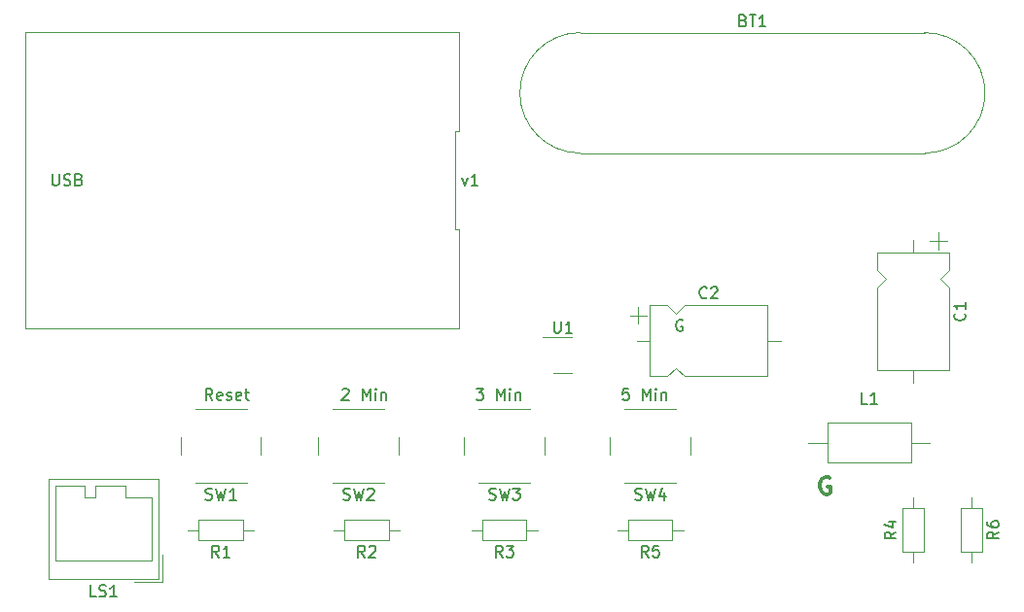
<source format=gbr>
%TF.GenerationSoftware,KiCad,Pcbnew,(6.0.7)*%
%TF.CreationDate,2023-01-15T16:16:41-05:00*%
%TF.ProjectId,timer,74696d65-722e-46b6-9963-61645f706362,rev?*%
%TF.SameCoordinates,Original*%
%TF.FileFunction,Legend,Top*%
%TF.FilePolarity,Positive*%
%FSLAX46Y46*%
G04 Gerber Fmt 4.6, Leading zero omitted, Abs format (unit mm)*
G04 Created by KiCad (PCBNEW (6.0.7)) date 2023-01-15 16:16:41*
%MOMM*%
%LPD*%
G01*
G04 APERTURE LIST*
%ADD10C,0.300000*%
%ADD11C,0.150000*%
%ADD12C,0.120000*%
G04 APERTURE END LIST*
D10*
X191832857Y-97980000D02*
X191690000Y-97908571D01*
X191475714Y-97908571D01*
X191261428Y-97980000D01*
X191118571Y-98122857D01*
X191047142Y-98265714D01*
X190975714Y-98551428D01*
X190975714Y-98765714D01*
X191047142Y-99051428D01*
X191118571Y-99194285D01*
X191261428Y-99337142D01*
X191475714Y-99408571D01*
X191618571Y-99408571D01*
X191832857Y-99337142D01*
X191904285Y-99265714D01*
X191904285Y-98765714D01*
X191618571Y-98765714D01*
D11*
X124138095Y-71512380D02*
X124138095Y-72321904D01*
X124185714Y-72417142D01*
X124233333Y-72464761D01*
X124328571Y-72512380D01*
X124519047Y-72512380D01*
X124614285Y-72464761D01*
X124661904Y-72417142D01*
X124709523Y-72321904D01*
X124709523Y-71512380D01*
X125138095Y-72464761D02*
X125280952Y-72512380D01*
X125519047Y-72512380D01*
X125614285Y-72464761D01*
X125661904Y-72417142D01*
X125709523Y-72321904D01*
X125709523Y-72226666D01*
X125661904Y-72131428D01*
X125614285Y-72083809D01*
X125519047Y-72036190D01*
X125328571Y-71988571D01*
X125233333Y-71940952D01*
X125185714Y-71893333D01*
X125138095Y-71798095D01*
X125138095Y-71702857D01*
X125185714Y-71607619D01*
X125233333Y-71560000D01*
X125328571Y-71512380D01*
X125566666Y-71512380D01*
X125709523Y-71560000D01*
X126471428Y-71988571D02*
X126614285Y-72036190D01*
X126661904Y-72083809D01*
X126709523Y-72179047D01*
X126709523Y-72321904D01*
X126661904Y-72417142D01*
X126614285Y-72464761D01*
X126519047Y-72512380D01*
X126138095Y-72512380D01*
X126138095Y-71512380D01*
X126471428Y-71512380D01*
X126566666Y-71560000D01*
X126614285Y-71607619D01*
X126661904Y-71702857D01*
X126661904Y-71798095D01*
X126614285Y-71893333D01*
X126566666Y-71940952D01*
X126471428Y-71988571D01*
X126138095Y-71988571D01*
X179001904Y-84260000D02*
X178906666Y-84212380D01*
X178763809Y-84212380D01*
X178620952Y-84260000D01*
X178525714Y-84355238D01*
X178478095Y-84450476D01*
X178430476Y-84640952D01*
X178430476Y-84783809D01*
X178478095Y-84974285D01*
X178525714Y-85069523D01*
X178620952Y-85164761D01*
X178763809Y-85212380D01*
X178859047Y-85212380D01*
X179001904Y-85164761D01*
X179049523Y-85117142D01*
X179049523Y-84783809D01*
X178859047Y-84783809D01*
%TO.C,LS1*%
X127937142Y-108342380D02*
X127460952Y-108342380D01*
X127460952Y-107342380D01*
X128222857Y-108294761D02*
X128365714Y-108342380D01*
X128603809Y-108342380D01*
X128699047Y-108294761D01*
X128746666Y-108247142D01*
X128794285Y-108151904D01*
X128794285Y-108056666D01*
X128746666Y-107961428D01*
X128699047Y-107913809D01*
X128603809Y-107866190D01*
X128413333Y-107818571D01*
X128318095Y-107770952D01*
X128270476Y-107723333D01*
X128222857Y-107628095D01*
X128222857Y-107532857D01*
X128270476Y-107437619D01*
X128318095Y-107390000D01*
X128413333Y-107342380D01*
X128651428Y-107342380D01*
X128794285Y-107390000D01*
X129746666Y-108342380D02*
X129175238Y-108342380D01*
X129460952Y-108342380D02*
X129460952Y-107342380D01*
X129365714Y-107485238D01*
X129270476Y-107580476D01*
X129175238Y-107628095D01*
%TO.C,v1*%
X159805714Y-71845714D02*
X160043809Y-72512380D01*
X160281904Y-71845714D01*
X161186666Y-72512380D02*
X160615238Y-72512380D01*
X160900952Y-72512380D02*
X160900952Y-71512380D01*
X160805714Y-71655238D01*
X160710476Y-71750476D01*
X160615238Y-71798095D01*
%TO.C,SW2*%
X149466666Y-99864761D02*
X149609523Y-99912380D01*
X149847619Y-99912380D01*
X149942857Y-99864761D01*
X149990476Y-99817142D01*
X150038095Y-99721904D01*
X150038095Y-99626666D01*
X149990476Y-99531428D01*
X149942857Y-99483809D01*
X149847619Y-99436190D01*
X149657142Y-99388571D01*
X149561904Y-99340952D01*
X149514285Y-99293333D01*
X149466666Y-99198095D01*
X149466666Y-99102857D01*
X149514285Y-99007619D01*
X149561904Y-98960000D01*
X149657142Y-98912380D01*
X149895238Y-98912380D01*
X150038095Y-98960000D01*
X150371428Y-98912380D02*
X150609523Y-99912380D01*
X150800000Y-99198095D01*
X150990476Y-99912380D01*
X151228571Y-98912380D01*
X151561904Y-99007619D02*
X151609523Y-98960000D01*
X151704761Y-98912380D01*
X151942857Y-98912380D01*
X152038095Y-98960000D01*
X152085714Y-99007619D01*
X152133333Y-99102857D01*
X152133333Y-99198095D01*
X152085714Y-99340952D01*
X151514285Y-99912380D01*
X152133333Y-99912380D01*
X149371428Y-90307619D02*
X149419047Y-90260000D01*
X149514285Y-90212380D01*
X149752380Y-90212380D01*
X149847619Y-90260000D01*
X149895238Y-90307619D01*
X149942857Y-90402857D01*
X149942857Y-90498095D01*
X149895238Y-90640952D01*
X149323809Y-91212380D01*
X149942857Y-91212380D01*
X151133333Y-91212380D02*
X151133333Y-90212380D01*
X151466666Y-90926666D01*
X151800000Y-90212380D01*
X151800000Y-91212380D01*
X152276190Y-91212380D02*
X152276190Y-90545714D01*
X152276190Y-90212380D02*
X152228571Y-90260000D01*
X152276190Y-90307619D01*
X152323809Y-90260000D01*
X152276190Y-90212380D01*
X152276190Y-90307619D01*
X152752380Y-90545714D02*
X152752380Y-91212380D01*
X152752380Y-90640952D02*
X152800000Y-90593333D01*
X152895238Y-90545714D01*
X153038095Y-90545714D01*
X153133333Y-90593333D01*
X153180952Y-90688571D01*
X153180952Y-91212380D01*
%TO.C,SW1*%
X137476666Y-99864761D02*
X137619523Y-99912380D01*
X137857619Y-99912380D01*
X137952857Y-99864761D01*
X138000476Y-99817142D01*
X138048095Y-99721904D01*
X138048095Y-99626666D01*
X138000476Y-99531428D01*
X137952857Y-99483809D01*
X137857619Y-99436190D01*
X137667142Y-99388571D01*
X137571904Y-99340952D01*
X137524285Y-99293333D01*
X137476666Y-99198095D01*
X137476666Y-99102857D01*
X137524285Y-99007619D01*
X137571904Y-98960000D01*
X137667142Y-98912380D01*
X137905238Y-98912380D01*
X138048095Y-98960000D01*
X138381428Y-98912380D02*
X138619523Y-99912380D01*
X138810000Y-99198095D01*
X139000476Y-99912380D01*
X139238571Y-98912380D01*
X140143333Y-99912380D02*
X139571904Y-99912380D01*
X139857619Y-99912380D02*
X139857619Y-98912380D01*
X139762380Y-99055238D01*
X139667142Y-99150476D01*
X139571904Y-99198095D01*
X138071904Y-91212380D02*
X137738571Y-90736190D01*
X137500476Y-91212380D02*
X137500476Y-90212380D01*
X137881428Y-90212380D01*
X137976666Y-90260000D01*
X138024285Y-90307619D01*
X138071904Y-90402857D01*
X138071904Y-90545714D01*
X138024285Y-90640952D01*
X137976666Y-90688571D01*
X137881428Y-90736190D01*
X137500476Y-90736190D01*
X138881428Y-91164761D02*
X138786190Y-91212380D01*
X138595714Y-91212380D01*
X138500476Y-91164761D01*
X138452857Y-91069523D01*
X138452857Y-90688571D01*
X138500476Y-90593333D01*
X138595714Y-90545714D01*
X138786190Y-90545714D01*
X138881428Y-90593333D01*
X138929047Y-90688571D01*
X138929047Y-90783809D01*
X138452857Y-90879047D01*
X139310000Y-91164761D02*
X139405238Y-91212380D01*
X139595714Y-91212380D01*
X139690952Y-91164761D01*
X139738571Y-91069523D01*
X139738571Y-91021904D01*
X139690952Y-90926666D01*
X139595714Y-90879047D01*
X139452857Y-90879047D01*
X139357619Y-90831428D01*
X139310000Y-90736190D01*
X139310000Y-90688571D01*
X139357619Y-90593333D01*
X139452857Y-90545714D01*
X139595714Y-90545714D01*
X139690952Y-90593333D01*
X140548095Y-91164761D02*
X140452857Y-91212380D01*
X140262380Y-91212380D01*
X140167142Y-91164761D01*
X140119523Y-91069523D01*
X140119523Y-90688571D01*
X140167142Y-90593333D01*
X140262380Y-90545714D01*
X140452857Y-90545714D01*
X140548095Y-90593333D01*
X140595714Y-90688571D01*
X140595714Y-90783809D01*
X140119523Y-90879047D01*
X140881428Y-90545714D02*
X141262380Y-90545714D01*
X141024285Y-90212380D02*
X141024285Y-91069523D01*
X141071904Y-91164761D01*
X141167142Y-91212380D01*
X141262380Y-91212380D01*
%TO.C,U1*%
X167818095Y-84352380D02*
X167818095Y-85161904D01*
X167865714Y-85257142D01*
X167913333Y-85304761D01*
X168008571Y-85352380D01*
X168199047Y-85352380D01*
X168294285Y-85304761D01*
X168341904Y-85257142D01*
X168389523Y-85161904D01*
X168389523Y-84352380D01*
X169389523Y-85352380D02*
X168818095Y-85352380D01*
X169103809Y-85352380D02*
X169103809Y-84352380D01*
X169008571Y-84495238D01*
X168913333Y-84590476D01*
X168818095Y-84638095D01*
%TO.C,L1*%
X195083333Y-91562380D02*
X194607142Y-91562380D01*
X194607142Y-90562380D01*
X195940476Y-91562380D02*
X195369047Y-91562380D01*
X195654761Y-91562380D02*
X195654761Y-90562380D01*
X195559523Y-90705238D01*
X195464285Y-90800476D01*
X195369047Y-90848095D01*
%TO.C,C2*%
X181113333Y-82267142D02*
X181065714Y-82314761D01*
X180922857Y-82362380D01*
X180827619Y-82362380D01*
X180684761Y-82314761D01*
X180589523Y-82219523D01*
X180541904Y-82124285D01*
X180494285Y-81933809D01*
X180494285Y-81790952D01*
X180541904Y-81600476D01*
X180589523Y-81505238D01*
X180684761Y-81410000D01*
X180827619Y-81362380D01*
X180922857Y-81362380D01*
X181065714Y-81410000D01*
X181113333Y-81457619D01*
X181494285Y-81457619D02*
X181541904Y-81410000D01*
X181637142Y-81362380D01*
X181875238Y-81362380D01*
X181970476Y-81410000D01*
X182018095Y-81457619D01*
X182065714Y-81552857D01*
X182065714Y-81648095D01*
X182018095Y-81790952D01*
X181446666Y-82362380D01*
X182065714Y-82362380D01*
%TO.C,C1*%
X203537142Y-83656666D02*
X203584761Y-83704285D01*
X203632380Y-83847142D01*
X203632380Y-83942380D01*
X203584761Y-84085238D01*
X203489523Y-84180476D01*
X203394285Y-84228095D01*
X203203809Y-84275714D01*
X203060952Y-84275714D01*
X202870476Y-84228095D01*
X202775238Y-84180476D01*
X202680000Y-84085238D01*
X202632380Y-83942380D01*
X202632380Y-83847142D01*
X202680000Y-83704285D01*
X202727619Y-83656666D01*
X203632380Y-82704285D02*
X203632380Y-83275714D01*
X203632380Y-82990000D02*
X202632380Y-82990000D01*
X202775238Y-83085238D01*
X202870476Y-83180476D01*
X202918095Y-83275714D01*
%TO.C,BT1*%
X184289285Y-58128571D02*
X184432142Y-58176190D01*
X184479761Y-58223809D01*
X184527380Y-58319047D01*
X184527380Y-58461904D01*
X184479761Y-58557142D01*
X184432142Y-58604761D01*
X184336904Y-58652380D01*
X183955952Y-58652380D01*
X183955952Y-57652380D01*
X184289285Y-57652380D01*
X184384523Y-57700000D01*
X184432142Y-57747619D01*
X184479761Y-57842857D01*
X184479761Y-57938095D01*
X184432142Y-58033333D01*
X184384523Y-58080952D01*
X184289285Y-58128571D01*
X183955952Y-58128571D01*
X184813095Y-57652380D02*
X185384523Y-57652380D01*
X185098809Y-58652380D02*
X185098809Y-57652380D01*
X186241666Y-58652380D02*
X185670238Y-58652380D01*
X185955952Y-58652380D02*
X185955952Y-57652380D01*
X185860714Y-57795238D01*
X185765476Y-57890476D01*
X185670238Y-57938095D01*
%TO.C,R6*%
X206512380Y-102706666D02*
X206036190Y-103040000D01*
X206512380Y-103278095D02*
X205512380Y-103278095D01*
X205512380Y-102897142D01*
X205560000Y-102801904D01*
X205607619Y-102754285D01*
X205702857Y-102706666D01*
X205845714Y-102706666D01*
X205940952Y-102754285D01*
X205988571Y-102801904D01*
X206036190Y-102897142D01*
X206036190Y-103278095D01*
X205512380Y-101849523D02*
X205512380Y-102040000D01*
X205560000Y-102135238D01*
X205607619Y-102182857D01*
X205750476Y-102278095D01*
X205940952Y-102325714D01*
X206321904Y-102325714D01*
X206417142Y-102278095D01*
X206464761Y-102230476D01*
X206512380Y-102135238D01*
X206512380Y-101944761D01*
X206464761Y-101849523D01*
X206417142Y-101801904D01*
X206321904Y-101754285D01*
X206083809Y-101754285D01*
X205988571Y-101801904D01*
X205940952Y-101849523D01*
X205893333Y-101944761D01*
X205893333Y-102135238D01*
X205940952Y-102230476D01*
X205988571Y-102278095D01*
X206083809Y-102325714D01*
%TO.C,R4*%
X197592380Y-102706666D02*
X197116190Y-103040000D01*
X197592380Y-103278095D02*
X196592380Y-103278095D01*
X196592380Y-102897142D01*
X196640000Y-102801904D01*
X196687619Y-102754285D01*
X196782857Y-102706666D01*
X196925714Y-102706666D01*
X197020952Y-102754285D01*
X197068571Y-102801904D01*
X197116190Y-102897142D01*
X197116190Y-103278095D01*
X196925714Y-101849523D02*
X197592380Y-101849523D01*
X196544761Y-102087619D02*
X197259047Y-102325714D01*
X197259047Y-101706666D01*
%TO.C,R3*%
X163333333Y-104912380D02*
X163000000Y-104436190D01*
X162761904Y-104912380D02*
X162761904Y-103912380D01*
X163142857Y-103912380D01*
X163238095Y-103960000D01*
X163285714Y-104007619D01*
X163333333Y-104102857D01*
X163333333Y-104245714D01*
X163285714Y-104340952D01*
X163238095Y-104388571D01*
X163142857Y-104436190D01*
X162761904Y-104436190D01*
X163666666Y-103912380D02*
X164285714Y-103912380D01*
X163952380Y-104293333D01*
X164095238Y-104293333D01*
X164190476Y-104340952D01*
X164238095Y-104388571D01*
X164285714Y-104483809D01*
X164285714Y-104721904D01*
X164238095Y-104817142D01*
X164190476Y-104864761D01*
X164095238Y-104912380D01*
X163809523Y-104912380D01*
X163714285Y-104864761D01*
X163666666Y-104817142D01*
%TO.C,SW3*%
X162166666Y-99864761D02*
X162309523Y-99912380D01*
X162547619Y-99912380D01*
X162642857Y-99864761D01*
X162690476Y-99817142D01*
X162738095Y-99721904D01*
X162738095Y-99626666D01*
X162690476Y-99531428D01*
X162642857Y-99483809D01*
X162547619Y-99436190D01*
X162357142Y-99388571D01*
X162261904Y-99340952D01*
X162214285Y-99293333D01*
X162166666Y-99198095D01*
X162166666Y-99102857D01*
X162214285Y-99007619D01*
X162261904Y-98960000D01*
X162357142Y-98912380D01*
X162595238Y-98912380D01*
X162738095Y-98960000D01*
X163071428Y-98912380D02*
X163309523Y-99912380D01*
X163500000Y-99198095D01*
X163690476Y-99912380D01*
X163928571Y-98912380D01*
X164214285Y-98912380D02*
X164833333Y-98912380D01*
X164500000Y-99293333D01*
X164642857Y-99293333D01*
X164738095Y-99340952D01*
X164785714Y-99388571D01*
X164833333Y-99483809D01*
X164833333Y-99721904D01*
X164785714Y-99817142D01*
X164738095Y-99864761D01*
X164642857Y-99912380D01*
X164357142Y-99912380D01*
X164261904Y-99864761D01*
X164214285Y-99817142D01*
X161023809Y-90212380D02*
X161642857Y-90212380D01*
X161309523Y-90593333D01*
X161452380Y-90593333D01*
X161547619Y-90640952D01*
X161595238Y-90688571D01*
X161642857Y-90783809D01*
X161642857Y-91021904D01*
X161595238Y-91117142D01*
X161547619Y-91164761D01*
X161452380Y-91212380D01*
X161166666Y-91212380D01*
X161071428Y-91164761D01*
X161023809Y-91117142D01*
X162833333Y-91212380D02*
X162833333Y-90212380D01*
X163166666Y-90926666D01*
X163500000Y-90212380D01*
X163500000Y-91212380D01*
X163976190Y-91212380D02*
X163976190Y-90545714D01*
X163976190Y-90212380D02*
X163928571Y-90260000D01*
X163976190Y-90307619D01*
X164023809Y-90260000D01*
X163976190Y-90212380D01*
X163976190Y-90307619D01*
X164452380Y-90545714D02*
X164452380Y-91212380D01*
X164452380Y-90640952D02*
X164500000Y-90593333D01*
X164595238Y-90545714D01*
X164738095Y-90545714D01*
X164833333Y-90593333D01*
X164880952Y-90688571D01*
X164880952Y-91212380D01*
%TO.C,SW4*%
X174866666Y-99864761D02*
X175009523Y-99912380D01*
X175247619Y-99912380D01*
X175342857Y-99864761D01*
X175390476Y-99817142D01*
X175438095Y-99721904D01*
X175438095Y-99626666D01*
X175390476Y-99531428D01*
X175342857Y-99483809D01*
X175247619Y-99436190D01*
X175057142Y-99388571D01*
X174961904Y-99340952D01*
X174914285Y-99293333D01*
X174866666Y-99198095D01*
X174866666Y-99102857D01*
X174914285Y-99007619D01*
X174961904Y-98960000D01*
X175057142Y-98912380D01*
X175295238Y-98912380D01*
X175438095Y-98960000D01*
X175771428Y-98912380D02*
X176009523Y-99912380D01*
X176200000Y-99198095D01*
X176390476Y-99912380D01*
X176628571Y-98912380D01*
X177438095Y-99245714D02*
X177438095Y-99912380D01*
X177200000Y-98864761D02*
X176961904Y-99579047D01*
X177580952Y-99579047D01*
X174295238Y-90212380D02*
X173819047Y-90212380D01*
X173771428Y-90688571D01*
X173819047Y-90640952D01*
X173914285Y-90593333D01*
X174152380Y-90593333D01*
X174247619Y-90640952D01*
X174295238Y-90688571D01*
X174342857Y-90783809D01*
X174342857Y-91021904D01*
X174295238Y-91117142D01*
X174247619Y-91164761D01*
X174152380Y-91212380D01*
X173914285Y-91212380D01*
X173819047Y-91164761D01*
X173771428Y-91117142D01*
X175533333Y-91212380D02*
X175533333Y-90212380D01*
X175866666Y-90926666D01*
X176200000Y-90212380D01*
X176200000Y-91212380D01*
X176676190Y-91212380D02*
X176676190Y-90545714D01*
X176676190Y-90212380D02*
X176628571Y-90260000D01*
X176676190Y-90307619D01*
X176723809Y-90260000D01*
X176676190Y-90212380D01*
X176676190Y-90307619D01*
X177152380Y-90545714D02*
X177152380Y-91212380D01*
X177152380Y-90640952D02*
X177200000Y-90593333D01*
X177295238Y-90545714D01*
X177438095Y-90545714D01*
X177533333Y-90593333D01*
X177580952Y-90688571D01*
X177580952Y-91212380D01*
%TO.C,R1*%
X138643333Y-104912380D02*
X138310000Y-104436190D01*
X138071904Y-104912380D02*
X138071904Y-103912380D01*
X138452857Y-103912380D01*
X138548095Y-103960000D01*
X138595714Y-104007619D01*
X138643333Y-104102857D01*
X138643333Y-104245714D01*
X138595714Y-104340952D01*
X138548095Y-104388571D01*
X138452857Y-104436190D01*
X138071904Y-104436190D01*
X139595714Y-104912380D02*
X139024285Y-104912380D01*
X139310000Y-104912380D02*
X139310000Y-103912380D01*
X139214761Y-104055238D01*
X139119523Y-104150476D01*
X139024285Y-104198095D01*
%TO.C,R2*%
X151343333Y-104912380D02*
X151010000Y-104436190D01*
X150771904Y-104912380D02*
X150771904Y-103912380D01*
X151152857Y-103912380D01*
X151248095Y-103960000D01*
X151295714Y-104007619D01*
X151343333Y-104102857D01*
X151343333Y-104245714D01*
X151295714Y-104340952D01*
X151248095Y-104388571D01*
X151152857Y-104436190D01*
X150771904Y-104436190D01*
X151724285Y-104007619D02*
X151771904Y-103960000D01*
X151867142Y-103912380D01*
X152105238Y-103912380D01*
X152200476Y-103960000D01*
X152248095Y-104007619D01*
X152295714Y-104102857D01*
X152295714Y-104198095D01*
X152248095Y-104340952D01*
X151676666Y-104912380D01*
X152295714Y-104912380D01*
%TO.C,R5*%
X176033333Y-104912380D02*
X175700000Y-104436190D01*
X175461904Y-104912380D02*
X175461904Y-103912380D01*
X175842857Y-103912380D01*
X175938095Y-103960000D01*
X175985714Y-104007619D01*
X176033333Y-104102857D01*
X176033333Y-104245714D01*
X175985714Y-104340952D01*
X175938095Y-104388571D01*
X175842857Y-104436190D01*
X175461904Y-104436190D01*
X176938095Y-103912380D02*
X176461904Y-103912380D01*
X176414285Y-104388571D01*
X176461904Y-104340952D01*
X176557142Y-104293333D01*
X176795238Y-104293333D01*
X176890476Y-104340952D01*
X176938095Y-104388571D01*
X176985714Y-104483809D01*
X176985714Y-104721904D01*
X176938095Y-104817142D01*
X176890476Y-104864761D01*
X176795238Y-104912380D01*
X176557142Y-104912380D01*
X176461904Y-104864761D01*
X176414285Y-104817142D01*
D12*
%TO.C,LS1*%
X133390000Y-106800000D02*
X133390000Y-98080000D01*
X126980000Y-99690000D02*
X126980000Y-98690000D01*
X124380000Y-98690000D02*
X124380000Y-105190000D01*
X132780000Y-99690000D02*
X130480000Y-99690000D01*
X123770000Y-98080000D02*
X123770000Y-106800000D01*
X133690000Y-107100000D02*
X131280000Y-107100000D01*
X133390000Y-98080000D02*
X123770000Y-98080000D01*
X130480000Y-99690000D02*
X130480000Y-98690000D01*
X133690000Y-104690000D02*
X133690000Y-107100000D01*
X126980000Y-98690000D02*
X124380000Y-98690000D01*
X123770000Y-106800000D02*
X133390000Y-106800000D01*
X127880000Y-98690000D02*
X127880000Y-99690000D01*
X127880000Y-99690000D02*
X126980000Y-99690000D01*
X130480000Y-98690000D02*
X127880000Y-98690000D01*
X132780000Y-105190000D02*
X132780000Y-99690000D01*
X124380000Y-105190000D02*
X132780000Y-105190000D01*
%TO.C,v1*%
X159520000Y-67750001D02*
X159520000Y-59130001D01*
X159520000Y-84990000D02*
X159520000Y-76370000D01*
X121760000Y-84989999D02*
X159520000Y-84990000D01*
X159160000Y-76370000D02*
X159160000Y-67750001D01*
X159520000Y-59130001D02*
X121760000Y-59130000D01*
X159160000Y-67750001D02*
X159520000Y-67750001D01*
X159520000Y-76370000D02*
X159160000Y-76370000D01*
X121760000Y-59130000D02*
X121760000Y-84989999D01*
%TO.C,SW2*%
X148550000Y-98460000D02*
X153050000Y-98460000D01*
X154300000Y-95960000D02*
X154300000Y-94460000D01*
X153050000Y-91960000D02*
X148550000Y-91960000D01*
X147300000Y-94460000D02*
X147300000Y-95960000D01*
%TO.C,SW1*%
X135310000Y-94460000D02*
X135310000Y-95960000D01*
X142310000Y-95960000D02*
X142310000Y-94460000D01*
X136560000Y-98460000D02*
X141060000Y-98460000D01*
X141060000Y-91960000D02*
X136560000Y-91960000D01*
%TO.C,U1*%
X168580000Y-85740000D02*
X166780000Y-85740000D01*
X168580000Y-88860000D02*
X167780000Y-88860000D01*
X168580000Y-88860000D02*
X169380000Y-88860000D01*
X168580000Y-85740000D02*
X169380000Y-85740000D01*
%TO.C,L1*%
X198870000Y-96690000D02*
X198870000Y-93150000D01*
X191630000Y-96690000D02*
X198870000Y-96690000D01*
X200560000Y-94920000D02*
X198870000Y-94920000D01*
X191630000Y-93150000D02*
X191630000Y-96690000D01*
X198870000Y-93150000D02*
X191630000Y-93150000D01*
X189940000Y-94920000D02*
X191630000Y-94920000D01*
%TO.C,C2*%
X175160000Y-83080000D02*
X175160000Y-84580000D01*
X178410000Y-88400000D02*
X179160000Y-89150000D01*
X176160000Y-89150000D02*
X177660000Y-89150000D01*
X186400000Y-82910000D02*
X186400000Y-89150000D01*
X178410000Y-83660000D02*
X179160000Y-82910000D01*
X176160000Y-82910000D02*
X176160000Y-89150000D01*
X177660000Y-82910000D02*
X178410000Y-83660000D01*
X176160000Y-82910000D02*
X177660000Y-82910000D01*
X187540000Y-86030000D02*
X186400000Y-86030000D01*
X175020000Y-86030000D02*
X176160000Y-86030000D01*
X179160000Y-82910000D02*
X186400000Y-82910000D01*
X179160000Y-89150000D02*
X186400000Y-89150000D01*
X174410000Y-83830000D02*
X175910000Y-83830000D01*
X177660000Y-89150000D02*
X178410000Y-88400000D01*
%TO.C,C1*%
X195940000Y-79870000D02*
X196690000Y-80620000D01*
X201260000Y-76620000D02*
X201260000Y-78120000D01*
X195940000Y-81370000D02*
X195940000Y-88610000D01*
X202180000Y-81370000D02*
X202180000Y-88610000D01*
X199060000Y-77230000D02*
X199060000Y-78370000D01*
X199060000Y-89750000D02*
X199060000Y-88610000D01*
X202180000Y-78370000D02*
X202180000Y-79870000D01*
X202180000Y-79870000D02*
X201430000Y-80620000D01*
X202180000Y-78370000D02*
X195940000Y-78370000D01*
X201430000Y-80620000D02*
X202180000Y-81370000D01*
X202180000Y-88610000D02*
X195940000Y-88610000D01*
X195940000Y-78370000D02*
X195940000Y-79870000D01*
X196690000Y-80620000D02*
X195940000Y-81370000D01*
X202010000Y-77370000D02*
X200510000Y-77370000D01*
%TO.C,BT1*%
X200090000Y-59190000D02*
X170090000Y-59190000D01*
X170090000Y-69690000D02*
X200090000Y-69690000D01*
X200090000Y-69690000D02*
G75*
G03*
X200090000Y-59190000I0J5250000D01*
G01*
X170090000Y-59190000D02*
G75*
G03*
X170090000Y-69690000I0J-5250000D01*
G01*
%TO.C,R6*%
X205060000Y-100620000D02*
X203220000Y-100620000D01*
X205060000Y-104460000D02*
X205060000Y-100620000D01*
X204140000Y-99670000D02*
X204140000Y-100620000D01*
X203220000Y-104460000D02*
X205060000Y-104460000D01*
X203220000Y-100620000D02*
X203220000Y-104460000D01*
X204140000Y-105410000D02*
X204140000Y-104460000D01*
%TO.C,R4*%
X199060000Y-105410000D02*
X199060000Y-104460000D01*
X198140000Y-104460000D02*
X199980000Y-104460000D01*
X198140000Y-100620000D02*
X198140000Y-104460000D01*
X199060000Y-99670000D02*
X199060000Y-100620000D01*
X199980000Y-104460000D02*
X199980000Y-100620000D01*
X199980000Y-100620000D02*
X198140000Y-100620000D01*
%TO.C,R3*%
X166370000Y-102540000D02*
X165420000Y-102540000D01*
X161580000Y-103460000D02*
X165420000Y-103460000D01*
X165420000Y-101620000D02*
X161580000Y-101620000D01*
X161580000Y-101620000D02*
X161580000Y-103460000D01*
X165420000Y-103460000D02*
X165420000Y-101620000D01*
X160630000Y-102540000D02*
X161580000Y-102540000D01*
%TO.C,SW3*%
X160000000Y-94460000D02*
X160000000Y-95960000D01*
X165750000Y-91960000D02*
X161250000Y-91960000D01*
X161250000Y-98460000D02*
X165750000Y-98460000D01*
X167000000Y-95960000D02*
X167000000Y-94460000D01*
%TO.C,SW4*%
X178450000Y-91960000D02*
X173950000Y-91960000D01*
X173950000Y-98460000D02*
X178450000Y-98460000D01*
X179700000Y-95960000D02*
X179700000Y-94460000D01*
X172700000Y-94460000D02*
X172700000Y-95960000D01*
%TO.C,R1*%
X140730000Y-103460000D02*
X140730000Y-101620000D01*
X140730000Y-101620000D02*
X136890000Y-101620000D01*
X136890000Y-103460000D02*
X140730000Y-103460000D01*
X136890000Y-101620000D02*
X136890000Y-103460000D01*
X135940000Y-102540000D02*
X136890000Y-102540000D01*
X141680000Y-102540000D02*
X140730000Y-102540000D01*
%TO.C,R2*%
X149590000Y-101620000D02*
X149590000Y-103460000D01*
X149590000Y-103460000D02*
X153430000Y-103460000D01*
X153430000Y-103460000D02*
X153430000Y-101620000D01*
X153430000Y-101620000D02*
X149590000Y-101620000D01*
X148640000Y-102540000D02*
X149590000Y-102540000D01*
X154380000Y-102540000D02*
X153430000Y-102540000D01*
%TO.C,R5*%
X179070000Y-102540000D02*
X178120000Y-102540000D01*
X178120000Y-103460000D02*
X178120000Y-101620000D01*
X174280000Y-101620000D02*
X174280000Y-103460000D01*
X174280000Y-103460000D02*
X178120000Y-103460000D01*
X178120000Y-101620000D02*
X174280000Y-101620000D01*
X173330000Y-102540000D02*
X174280000Y-102540000D01*
%TD*%
M02*

</source>
